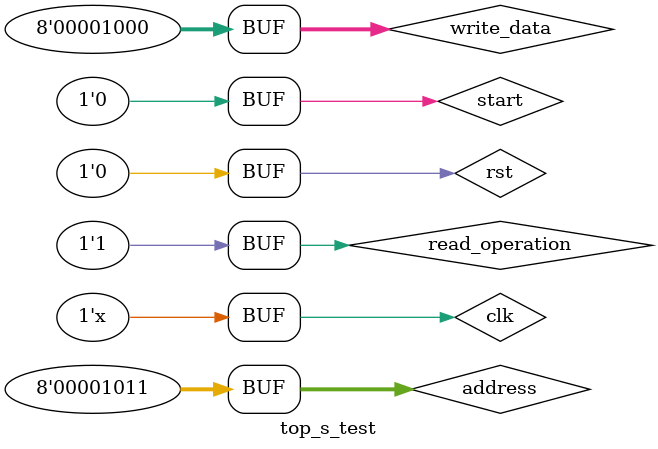
<source format=v>
`timescale 1ns / 1ps


module top_s_test;

	// Inputs
	reg clk;
	reg rst;
	reg [7:0] address;
	reg start;
	reg [7:0] write_data;
	reg read_operation;

	// Outputs
	wire cache_busy;
	wire [7:0] read_data;

	// Instantiate the Unit Under Test (UUT)
	top_single uut (
		.clk(clk), 
		.rst(rst), 
		.address(address), 
		.start(start), 
		.write_data(write_data), 
		.read_operation(read_operation), 
		.cache_busy(cache_busy), 
		.read_data(read_data)
	);
always #1 clk=~clk;
	initial begin
		// Initialize Inputs
		clk = 0;
		rst = 1;
		address = 0;
		start = 0;
		write_data = 0;
		read_operation = 0;
		#12
		rst=0;
		start=1;
		read_operation = 1;
		address = 8'd11;
		#2
		start=0;
		#14
		start=1;
		read_operation = 0;
		address = 8'd10;
		write_data = 8'd7;
		#2
		start=0;
		#10
		start=1;
		read_operation = 1;
		address = 8'd10;
		#2
		start=0;
		#8
		start=1;
		read_operation = 0;
		address = 8'd10;
		write_data = 8'd8;
		#2
		start=0;
		#10
		start=1;
		read_operation = 1;
		address = 8'd11;
		#2
		start=0;
		
		
	end
      
endmodule


</source>
